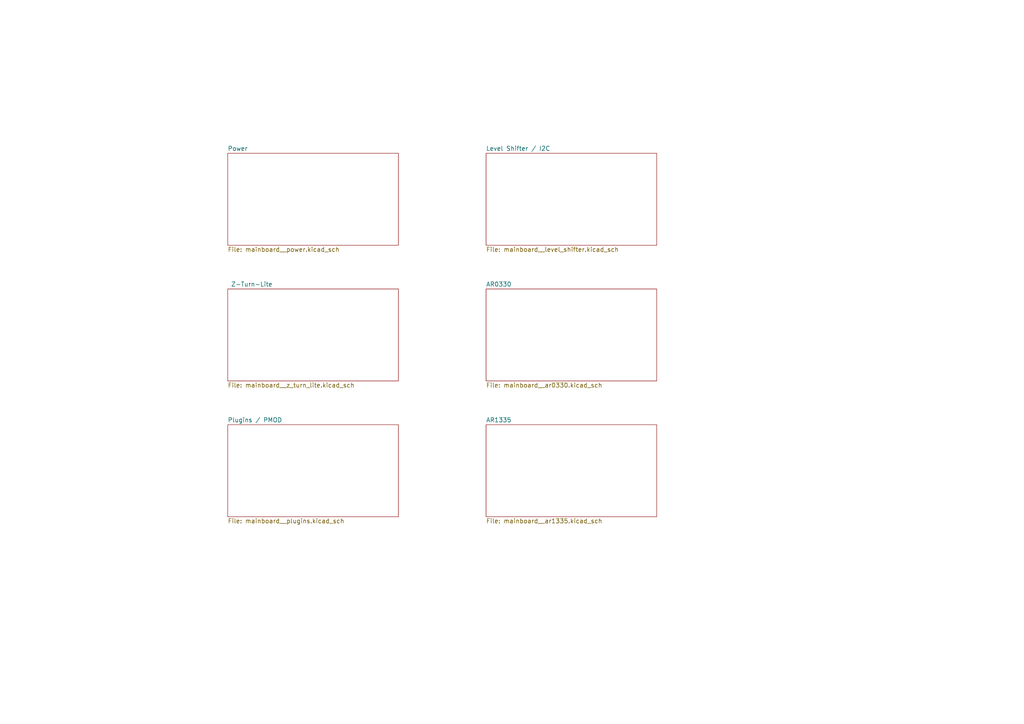
<source format=kicad_sch>
(kicad_sch (version 20201015) (generator eeschema)
  (paper "A4")
  (title_block (title "AXIOM micro main board") (date "2021-01-18") (rev "2.1") (company "Apertus"))
  (lib_symbols)
  (no_connect (at 59.69 -25.4))
  (sheet (at 66.04 83.82) (size 49.53 26.67) (stroke (width 0.001))
    (property "Sheet name" " Z-Turn-Lite" (at 66.04 83.1841 0) (effects (justify left bottom)))
    (property "Sheet file" "mainboard__z_turn_lite.kicad_sch" (at 66.04 110.9989 0) (effects (justify left top)))
  )
  (sheet (at 140.97 83.82) (size 49.53 26.67) (stroke (width 0.001))
    (property "Sheet name" "AR0330" (at 140.97 83.1841 0) (effects (justify left bottom)))
    (property "Sheet file" "mainboard__ar0330.kicad_sch" (at 140.97 110.9989 0) (effects (justify left top)))
  )
  (sheet (at 140.97 123.19) (size 49.53 26.67) (stroke (width 0.001))
    (property "Sheet name" "AR1335" (at 140.97 122.5541 0) (effects (justify left bottom)))
    (property "Sheet file" "mainboard__ar1335.kicad_sch" (at 140.97 150.3689 0) (effects (justify left top)))
  )
  (sheet (at 140.97 44.45) (size 49.53 26.67) (stroke (width 0.001))
    (property "Sheet name" "Level Shifter / I2C" (at 140.97 43.814 0) (effects (justify left bottom)))
    (property "Sheet file" "mainboard__level_shifter.kicad_sch" (at 140.97 71.6289 0) (effects (justify left top)))
  )
  (sheet (at 66.04 123.19) (size 49.53 26.67) (stroke (width 0.001))
    (property "Sheet name" "Plugins / PMOD" (at 66.04 122.554 0) (effects (justify left bottom)))
    (property "Sheet file" "mainboard__plugins.kicad_sch" (at 66.04 150.3689 0) (effects (justify left top)))
  )
  (sheet (at 66.04 44.45) (size 49.53 26.67) (stroke (width 0.001))
    (property "Sheet name" "Power" (at 66.04 43.8141 0) (effects (justify left bottom)))
    (property "Sheet file" "mainboard__power.kicad_sch" (at 66.04 71.6289 0) (effects (justify left top)))
  )
)
</source>
